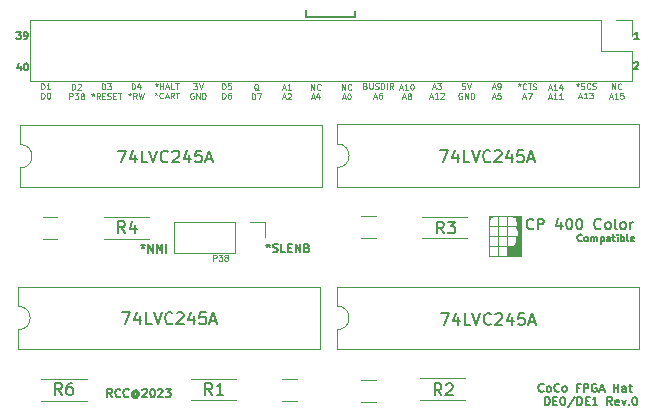
<source format=gbr>
%TF.GenerationSoftware,KiCad,Pcbnew,(6.0.7)*%
%TF.CreationDate,2023-01-26T09:38:32+00:00*%
%TF.ProjectId,CoCo_FPGA_Hat,436f436f-5f46-4504-9741-5f4861742e6b,0*%
%TF.SameCoordinates,Original*%
%TF.FileFunction,Legend,Top*%
%TF.FilePolarity,Positive*%
%FSLAX46Y46*%
G04 Gerber Fmt 4.6, Leading zero omitted, Abs format (unit mm)*
G04 Created by KiCad (PCBNEW (6.0.7)) date 2023-01-26 09:38:32*
%MOMM*%
%LPD*%
G01*
G04 APERTURE LIST*
%ADD10C,0.150000*%
%ADD11C,0.125000*%
%ADD12C,0.200000*%
%ADD13C,0.120000*%
G04 APERTURE END LIST*
D10*
X90030000Y-33340000D02*
X85830000Y-33340000D01*
X90030000Y-32760000D02*
X90030000Y-33320000D01*
X85830000Y-33340000D02*
X85830000Y-32750000D01*
D11*
X63440952Y-39423690D02*
X63440952Y-38923690D01*
X63560000Y-38923690D01*
X63631428Y-38947500D01*
X63679047Y-38995119D01*
X63702857Y-39042738D01*
X63726666Y-39137976D01*
X63726666Y-39209404D01*
X63702857Y-39304642D01*
X63679047Y-39352261D01*
X63631428Y-39399880D01*
X63560000Y-39423690D01*
X63440952Y-39423690D01*
X64202857Y-39423690D02*
X63917142Y-39423690D01*
X64060000Y-39423690D02*
X64060000Y-38923690D01*
X64012380Y-38995119D01*
X63964761Y-39042738D01*
X63917142Y-39066547D01*
X63440952Y-40228690D02*
X63440952Y-39728690D01*
X63560000Y-39728690D01*
X63631428Y-39752500D01*
X63679047Y-39800119D01*
X63702857Y-39847738D01*
X63726666Y-39942976D01*
X63726666Y-40014404D01*
X63702857Y-40109642D01*
X63679047Y-40157261D01*
X63631428Y-40204880D01*
X63560000Y-40228690D01*
X63440952Y-40228690D01*
X64036190Y-39728690D02*
X64083809Y-39728690D01*
X64131428Y-39752500D01*
X64155238Y-39776309D01*
X64179047Y-39823928D01*
X64202857Y-39919166D01*
X64202857Y-40038214D01*
X64179047Y-40133452D01*
X64155238Y-40181071D01*
X64131428Y-40204880D01*
X64083809Y-40228690D01*
X64036190Y-40228690D01*
X63988571Y-40204880D01*
X63964761Y-40181071D01*
X63940952Y-40133452D01*
X63917142Y-40038214D01*
X63917142Y-39919166D01*
X63940952Y-39823928D01*
X63964761Y-39776309D01*
X63988571Y-39752500D01*
X64036190Y-39728690D01*
D10*
X82680000Y-52506666D02*
X82680000Y-52673333D01*
X82513333Y-52606666D02*
X82680000Y-52673333D01*
X82846666Y-52606666D01*
X82580000Y-52806666D02*
X82680000Y-52673333D01*
X82780000Y-52806666D01*
X83080000Y-53173333D02*
X83180000Y-53206666D01*
X83346666Y-53206666D01*
X83413333Y-53173333D01*
X83446666Y-53140000D01*
X83480000Y-53073333D01*
X83480000Y-53006666D01*
X83446666Y-52940000D01*
X83413333Y-52906666D01*
X83346666Y-52873333D01*
X83213333Y-52840000D01*
X83146666Y-52806666D01*
X83113333Y-52773333D01*
X83080000Y-52706666D01*
X83080000Y-52640000D01*
X83113333Y-52573333D01*
X83146666Y-52540000D01*
X83213333Y-52506666D01*
X83380000Y-52506666D01*
X83480000Y-52540000D01*
X84113333Y-53206666D02*
X83780000Y-53206666D01*
X83780000Y-52506666D01*
X84346666Y-52840000D02*
X84580000Y-52840000D01*
X84680000Y-53206666D02*
X84346666Y-53206666D01*
X84346666Y-52506666D01*
X84680000Y-52506666D01*
X84980000Y-53206666D02*
X84980000Y-52506666D01*
X85380000Y-53206666D01*
X85380000Y-52506666D01*
X85946666Y-52840000D02*
X86046666Y-52873333D01*
X86080000Y-52906666D01*
X86113333Y-52973333D01*
X86113333Y-53073333D01*
X86080000Y-53140000D01*
X86046666Y-53173333D01*
X85980000Y-53206666D01*
X85713333Y-53206666D01*
X85713333Y-52506666D01*
X85946666Y-52506666D01*
X86013333Y-52540000D01*
X86046666Y-52573333D01*
X86080000Y-52640000D01*
X86080000Y-52706666D01*
X86046666Y-52773333D01*
X86013333Y-52806666D01*
X85946666Y-52840000D01*
X85713333Y-52840000D01*
D11*
X106404761Y-39330833D02*
X106642857Y-39330833D01*
X106357142Y-39473690D02*
X106523809Y-38973690D01*
X106690476Y-39473690D01*
X107119047Y-39473690D02*
X106833333Y-39473690D01*
X106976190Y-39473690D02*
X106976190Y-38973690D01*
X106928571Y-39045119D01*
X106880952Y-39092738D01*
X106833333Y-39116547D01*
X107547619Y-39140357D02*
X107547619Y-39473690D01*
X107428571Y-38949880D02*
X107309523Y-39307023D01*
X107619047Y-39307023D01*
X106404761Y-40135833D02*
X106642857Y-40135833D01*
X106357142Y-40278690D02*
X106523809Y-39778690D01*
X106690476Y-40278690D01*
X107119047Y-40278690D02*
X106833333Y-40278690D01*
X106976190Y-40278690D02*
X106976190Y-39778690D01*
X106928571Y-39850119D01*
X106880952Y-39897738D01*
X106833333Y-39921547D01*
X107595238Y-40278690D02*
X107309523Y-40278690D01*
X107452380Y-40278690D02*
X107452380Y-39778690D01*
X107404761Y-39850119D01*
X107357142Y-39897738D01*
X107309523Y-39921547D01*
X66060952Y-39453690D02*
X66060952Y-38953690D01*
X66180000Y-38953690D01*
X66251428Y-38977500D01*
X66299047Y-39025119D01*
X66322857Y-39072738D01*
X66346666Y-39167976D01*
X66346666Y-39239404D01*
X66322857Y-39334642D01*
X66299047Y-39382261D01*
X66251428Y-39429880D01*
X66180000Y-39453690D01*
X66060952Y-39453690D01*
X66537142Y-39001309D02*
X66560952Y-38977500D01*
X66608571Y-38953690D01*
X66727619Y-38953690D01*
X66775238Y-38977500D01*
X66799047Y-39001309D01*
X66822857Y-39048928D01*
X66822857Y-39096547D01*
X66799047Y-39167976D01*
X66513333Y-39453690D01*
X66822857Y-39453690D01*
X65822857Y-40258690D02*
X65822857Y-39758690D01*
X66013333Y-39758690D01*
X66060952Y-39782500D01*
X66084761Y-39806309D01*
X66108571Y-39853928D01*
X66108571Y-39925357D01*
X66084761Y-39972976D01*
X66060952Y-39996785D01*
X66013333Y-40020595D01*
X65822857Y-40020595D01*
X66275238Y-39758690D02*
X66584761Y-39758690D01*
X66418095Y-39949166D01*
X66489523Y-39949166D01*
X66537142Y-39972976D01*
X66560952Y-39996785D01*
X66584761Y-40044404D01*
X66584761Y-40163452D01*
X66560952Y-40211071D01*
X66537142Y-40234880D01*
X66489523Y-40258690D01*
X66346666Y-40258690D01*
X66299047Y-40234880D01*
X66275238Y-40211071D01*
X66870476Y-39972976D02*
X66822857Y-39949166D01*
X66799047Y-39925357D01*
X66775238Y-39877738D01*
X66775238Y-39853928D01*
X66799047Y-39806309D01*
X66822857Y-39782500D01*
X66870476Y-39758690D01*
X66965714Y-39758690D01*
X67013333Y-39782500D01*
X67037142Y-39806309D01*
X67060952Y-39853928D01*
X67060952Y-39877738D01*
X67037142Y-39925357D01*
X67013333Y-39949166D01*
X66965714Y-39972976D01*
X66870476Y-39972976D01*
X66822857Y-39996785D01*
X66799047Y-40020595D01*
X66775238Y-40068214D01*
X66775238Y-40163452D01*
X66799047Y-40211071D01*
X66822857Y-40234880D01*
X66870476Y-40258690D01*
X66965714Y-40258690D01*
X67013333Y-40234880D01*
X67037142Y-40211071D01*
X67060952Y-40163452D01*
X67060952Y-40068214D01*
X67037142Y-40020595D01*
X67013333Y-39996785D01*
X66965714Y-39972976D01*
X73200952Y-38893690D02*
X73200952Y-39012738D01*
X73081904Y-38965119D02*
X73200952Y-39012738D01*
X73320000Y-38965119D01*
X73129523Y-39107976D02*
X73200952Y-39012738D01*
X73272380Y-39107976D01*
X73510476Y-39393690D02*
X73510476Y-38893690D01*
X73510476Y-39131785D02*
X73796190Y-39131785D01*
X73796190Y-39393690D02*
X73796190Y-38893690D01*
X74010476Y-39250833D02*
X74248571Y-39250833D01*
X73962857Y-39393690D02*
X74129523Y-38893690D01*
X74296190Y-39393690D01*
X74700952Y-39393690D02*
X74462857Y-39393690D01*
X74462857Y-38893690D01*
X74796190Y-38893690D02*
X75081904Y-38893690D01*
X74939047Y-39393690D02*
X74939047Y-38893690D01*
X73165238Y-39698690D02*
X73165238Y-39817738D01*
X73046190Y-39770119D02*
X73165238Y-39817738D01*
X73284285Y-39770119D01*
X73093809Y-39912976D02*
X73165238Y-39817738D01*
X73236666Y-39912976D01*
X73760476Y-40151071D02*
X73736666Y-40174880D01*
X73665238Y-40198690D01*
X73617619Y-40198690D01*
X73546190Y-40174880D01*
X73498571Y-40127261D01*
X73474761Y-40079642D01*
X73450952Y-39984404D01*
X73450952Y-39912976D01*
X73474761Y-39817738D01*
X73498571Y-39770119D01*
X73546190Y-39722500D01*
X73617619Y-39698690D01*
X73665238Y-39698690D01*
X73736666Y-39722500D01*
X73760476Y-39746309D01*
X73950952Y-40055833D02*
X74189047Y-40055833D01*
X73903333Y-40198690D02*
X74070000Y-39698690D01*
X74236666Y-40198690D01*
X74689047Y-40198690D02*
X74522380Y-39960595D01*
X74403333Y-40198690D02*
X74403333Y-39698690D01*
X74593809Y-39698690D01*
X74641428Y-39722500D01*
X74665238Y-39746309D01*
X74689047Y-39793928D01*
X74689047Y-39865357D01*
X74665238Y-39912976D01*
X74641428Y-39936785D01*
X74593809Y-39960595D01*
X74403333Y-39960595D01*
X74831904Y-39698690D02*
X75117619Y-39698690D01*
X74974761Y-40198690D02*
X74974761Y-39698690D01*
D10*
X72076666Y-52546666D02*
X72076666Y-52713333D01*
X71910000Y-52646666D02*
X72076666Y-52713333D01*
X72243333Y-52646666D01*
X71976666Y-52846666D02*
X72076666Y-52713333D01*
X72176666Y-52846666D01*
X72510000Y-53246666D02*
X72510000Y-52546666D01*
X72910000Y-53246666D01*
X72910000Y-52546666D01*
X73243333Y-53246666D02*
X73243333Y-52546666D01*
X73476666Y-53046666D01*
X73710000Y-52546666D01*
X73710000Y-53246666D01*
X74043333Y-53246666D02*
X74043333Y-52546666D01*
D11*
X81850476Y-39521309D02*
X81802857Y-39497500D01*
X81755238Y-39449880D01*
X81683809Y-39378452D01*
X81636190Y-39354642D01*
X81588571Y-39354642D01*
X81612380Y-39473690D02*
X81564761Y-39449880D01*
X81517142Y-39402261D01*
X81493333Y-39307023D01*
X81493333Y-39140357D01*
X81517142Y-39045119D01*
X81564761Y-38997500D01*
X81612380Y-38973690D01*
X81707619Y-38973690D01*
X81755238Y-38997500D01*
X81802857Y-39045119D01*
X81826666Y-39140357D01*
X81826666Y-39307023D01*
X81802857Y-39402261D01*
X81755238Y-39449880D01*
X81707619Y-39473690D01*
X81612380Y-39473690D01*
X81290952Y-40278690D02*
X81290952Y-39778690D01*
X81410000Y-39778690D01*
X81481428Y-39802500D01*
X81529047Y-39850119D01*
X81552857Y-39897738D01*
X81576666Y-39992976D01*
X81576666Y-40064404D01*
X81552857Y-40159642D01*
X81529047Y-40207261D01*
X81481428Y-40254880D01*
X81410000Y-40278690D01*
X81290952Y-40278690D01*
X81743333Y-39778690D02*
X82076666Y-39778690D01*
X81862380Y-40278690D01*
D10*
X105975833Y-64976500D02*
X105942500Y-65009833D01*
X105842500Y-65043166D01*
X105775833Y-65043166D01*
X105675833Y-65009833D01*
X105609166Y-64943166D01*
X105575833Y-64876500D01*
X105542500Y-64743166D01*
X105542500Y-64643166D01*
X105575833Y-64509833D01*
X105609166Y-64443166D01*
X105675833Y-64376500D01*
X105775833Y-64343166D01*
X105842500Y-64343166D01*
X105942500Y-64376500D01*
X105975833Y-64409833D01*
X106375833Y-65043166D02*
X106309166Y-65009833D01*
X106275833Y-64976500D01*
X106242500Y-64909833D01*
X106242500Y-64709833D01*
X106275833Y-64643166D01*
X106309166Y-64609833D01*
X106375833Y-64576500D01*
X106475833Y-64576500D01*
X106542500Y-64609833D01*
X106575833Y-64643166D01*
X106609166Y-64709833D01*
X106609166Y-64909833D01*
X106575833Y-64976500D01*
X106542500Y-65009833D01*
X106475833Y-65043166D01*
X106375833Y-65043166D01*
X107309166Y-64976500D02*
X107275833Y-65009833D01*
X107175833Y-65043166D01*
X107109166Y-65043166D01*
X107009166Y-65009833D01*
X106942500Y-64943166D01*
X106909166Y-64876500D01*
X106875833Y-64743166D01*
X106875833Y-64643166D01*
X106909166Y-64509833D01*
X106942500Y-64443166D01*
X107009166Y-64376500D01*
X107109166Y-64343166D01*
X107175833Y-64343166D01*
X107275833Y-64376500D01*
X107309166Y-64409833D01*
X107709166Y-65043166D02*
X107642500Y-65009833D01*
X107609166Y-64976500D01*
X107575833Y-64909833D01*
X107575833Y-64709833D01*
X107609166Y-64643166D01*
X107642500Y-64609833D01*
X107709166Y-64576500D01*
X107809166Y-64576500D01*
X107875833Y-64609833D01*
X107909166Y-64643166D01*
X107942500Y-64709833D01*
X107942500Y-64909833D01*
X107909166Y-64976500D01*
X107875833Y-65009833D01*
X107809166Y-65043166D01*
X107709166Y-65043166D01*
X109009166Y-64676500D02*
X108775833Y-64676500D01*
X108775833Y-65043166D02*
X108775833Y-64343166D01*
X109109166Y-64343166D01*
X109375833Y-65043166D02*
X109375833Y-64343166D01*
X109642500Y-64343166D01*
X109709166Y-64376500D01*
X109742500Y-64409833D01*
X109775833Y-64476500D01*
X109775833Y-64576500D01*
X109742500Y-64643166D01*
X109709166Y-64676500D01*
X109642500Y-64709833D01*
X109375833Y-64709833D01*
X110442500Y-64376500D02*
X110375833Y-64343166D01*
X110275833Y-64343166D01*
X110175833Y-64376500D01*
X110109166Y-64443166D01*
X110075833Y-64509833D01*
X110042500Y-64643166D01*
X110042500Y-64743166D01*
X110075833Y-64876500D01*
X110109166Y-64943166D01*
X110175833Y-65009833D01*
X110275833Y-65043166D01*
X110342500Y-65043166D01*
X110442500Y-65009833D01*
X110475833Y-64976500D01*
X110475833Y-64743166D01*
X110342500Y-64743166D01*
X110742500Y-64843166D02*
X111075833Y-64843166D01*
X110675833Y-65043166D02*
X110909166Y-64343166D01*
X111142500Y-65043166D01*
X111909166Y-65043166D02*
X111909166Y-64343166D01*
X111909166Y-64676500D02*
X112309166Y-64676500D01*
X112309166Y-65043166D02*
X112309166Y-64343166D01*
X112942500Y-65043166D02*
X112942500Y-64676500D01*
X112909166Y-64609833D01*
X112842500Y-64576500D01*
X112709166Y-64576500D01*
X112642500Y-64609833D01*
X112942500Y-65009833D02*
X112875833Y-65043166D01*
X112709166Y-65043166D01*
X112642500Y-65009833D01*
X112609166Y-64943166D01*
X112609166Y-64876500D01*
X112642500Y-64809833D01*
X112709166Y-64776500D01*
X112875833Y-64776500D01*
X112942500Y-64743166D01*
X113175833Y-64576500D02*
X113442500Y-64576500D01*
X113275833Y-64343166D02*
X113275833Y-64943166D01*
X113309166Y-65009833D01*
X113375833Y-65043166D01*
X113442500Y-65043166D01*
X106109166Y-66170166D02*
X106109166Y-65470166D01*
X106275833Y-65470166D01*
X106375833Y-65503500D01*
X106442500Y-65570166D01*
X106475833Y-65636833D01*
X106509166Y-65770166D01*
X106509166Y-65870166D01*
X106475833Y-66003500D01*
X106442500Y-66070166D01*
X106375833Y-66136833D01*
X106275833Y-66170166D01*
X106109166Y-66170166D01*
X106809166Y-65803500D02*
X107042500Y-65803500D01*
X107142500Y-66170166D02*
X106809166Y-66170166D01*
X106809166Y-65470166D01*
X107142500Y-65470166D01*
X107575833Y-65470166D02*
X107642500Y-65470166D01*
X107709166Y-65503500D01*
X107742500Y-65536833D01*
X107775833Y-65603500D01*
X107809166Y-65736833D01*
X107809166Y-65903500D01*
X107775833Y-66036833D01*
X107742500Y-66103500D01*
X107709166Y-66136833D01*
X107642500Y-66170166D01*
X107575833Y-66170166D01*
X107509166Y-66136833D01*
X107475833Y-66103500D01*
X107442500Y-66036833D01*
X107409166Y-65903500D01*
X107409166Y-65736833D01*
X107442500Y-65603500D01*
X107475833Y-65536833D01*
X107509166Y-65503500D01*
X107575833Y-65470166D01*
X108609166Y-65436833D02*
X108009166Y-66336833D01*
X108842500Y-66170166D02*
X108842500Y-65470166D01*
X109009166Y-65470166D01*
X109109166Y-65503500D01*
X109175833Y-65570166D01*
X109209166Y-65636833D01*
X109242500Y-65770166D01*
X109242500Y-65870166D01*
X109209166Y-66003500D01*
X109175833Y-66070166D01*
X109109166Y-66136833D01*
X109009166Y-66170166D01*
X108842500Y-66170166D01*
X109542500Y-65803500D02*
X109775833Y-65803500D01*
X109875833Y-66170166D02*
X109542500Y-66170166D01*
X109542500Y-65470166D01*
X109875833Y-65470166D01*
X110542500Y-66170166D02*
X110142500Y-66170166D01*
X110342500Y-66170166D02*
X110342500Y-65470166D01*
X110275833Y-65570166D01*
X110209166Y-65636833D01*
X110142500Y-65670166D01*
X111775833Y-66170166D02*
X111542500Y-65836833D01*
X111375833Y-66170166D02*
X111375833Y-65470166D01*
X111642500Y-65470166D01*
X111709166Y-65503500D01*
X111742500Y-65536833D01*
X111775833Y-65603500D01*
X111775833Y-65703500D01*
X111742500Y-65770166D01*
X111709166Y-65803500D01*
X111642500Y-65836833D01*
X111375833Y-65836833D01*
X112342500Y-66136833D02*
X112275833Y-66170166D01*
X112142500Y-66170166D01*
X112075833Y-66136833D01*
X112042500Y-66070166D01*
X112042500Y-65803500D01*
X112075833Y-65736833D01*
X112142500Y-65703500D01*
X112275833Y-65703500D01*
X112342500Y-65736833D01*
X112375833Y-65803500D01*
X112375833Y-65870166D01*
X112042500Y-65936833D01*
X112609166Y-65703500D02*
X112775833Y-66170166D01*
X112942500Y-65703500D01*
X113209166Y-66103500D02*
X113242500Y-66136833D01*
X113209166Y-66170166D01*
X113175833Y-66136833D01*
X113209166Y-66103500D01*
X113209166Y-66170166D01*
X113675833Y-65470166D02*
X113742500Y-65470166D01*
X113809166Y-65503500D01*
X113842500Y-65536833D01*
X113875833Y-65603500D01*
X113909166Y-65736833D01*
X113909166Y-65903500D01*
X113875833Y-66036833D01*
X113842500Y-66103500D01*
X113809166Y-66136833D01*
X113742500Y-66170166D01*
X113675833Y-66170166D01*
X113609166Y-66136833D01*
X113575833Y-66103500D01*
X113542500Y-66036833D01*
X113509166Y-65903500D01*
X113509166Y-65736833D01*
X113542500Y-65603500D01*
X113575833Y-65536833D01*
X113609166Y-65503500D01*
X113675833Y-65470166D01*
D11*
X76329047Y-38933690D02*
X76638571Y-38933690D01*
X76471904Y-39124166D01*
X76543333Y-39124166D01*
X76590952Y-39147976D01*
X76614761Y-39171785D01*
X76638571Y-39219404D01*
X76638571Y-39338452D01*
X76614761Y-39386071D01*
X76590952Y-39409880D01*
X76543333Y-39433690D01*
X76400476Y-39433690D01*
X76352857Y-39409880D01*
X76329047Y-39386071D01*
X76781428Y-38933690D02*
X76948095Y-39433690D01*
X77114761Y-38933690D01*
X76329047Y-39762500D02*
X76281428Y-39738690D01*
X76210000Y-39738690D01*
X76138571Y-39762500D01*
X76090952Y-39810119D01*
X76067142Y-39857738D01*
X76043333Y-39952976D01*
X76043333Y-40024404D01*
X76067142Y-40119642D01*
X76090952Y-40167261D01*
X76138571Y-40214880D01*
X76210000Y-40238690D01*
X76257619Y-40238690D01*
X76329047Y-40214880D01*
X76352857Y-40191071D01*
X76352857Y-40024404D01*
X76257619Y-40024404D01*
X76567142Y-40238690D02*
X76567142Y-39738690D01*
X76852857Y-40238690D01*
X76852857Y-39738690D01*
X77090952Y-40238690D02*
X77090952Y-39738690D01*
X77210000Y-39738690D01*
X77281428Y-39762500D01*
X77329047Y-39810119D01*
X77352857Y-39857738D01*
X77376666Y-39952976D01*
X77376666Y-40024404D01*
X77352857Y-40119642D01*
X77329047Y-40167261D01*
X77281428Y-40214880D01*
X77210000Y-40238690D01*
X77090952Y-40238690D01*
D10*
X69443333Y-65476666D02*
X69210000Y-65143333D01*
X69043333Y-65476666D02*
X69043333Y-64776666D01*
X69310000Y-64776666D01*
X69376666Y-64810000D01*
X69410000Y-64843333D01*
X69443333Y-64910000D01*
X69443333Y-65010000D01*
X69410000Y-65076666D01*
X69376666Y-65110000D01*
X69310000Y-65143333D01*
X69043333Y-65143333D01*
X70143333Y-65410000D02*
X70110000Y-65443333D01*
X70010000Y-65476666D01*
X69943333Y-65476666D01*
X69843333Y-65443333D01*
X69776666Y-65376666D01*
X69743333Y-65310000D01*
X69710000Y-65176666D01*
X69710000Y-65076666D01*
X69743333Y-64943333D01*
X69776666Y-64876666D01*
X69843333Y-64810000D01*
X69943333Y-64776666D01*
X70010000Y-64776666D01*
X70110000Y-64810000D01*
X70143333Y-64843333D01*
X70843333Y-65410000D02*
X70810000Y-65443333D01*
X70710000Y-65476666D01*
X70643333Y-65476666D01*
X70543333Y-65443333D01*
X70476666Y-65376666D01*
X70443333Y-65310000D01*
X70410000Y-65176666D01*
X70410000Y-65076666D01*
X70443333Y-64943333D01*
X70476666Y-64876666D01*
X70543333Y-64810000D01*
X70643333Y-64776666D01*
X70710000Y-64776666D01*
X70810000Y-64810000D01*
X70843333Y-64843333D01*
X71576666Y-65143333D02*
X71543333Y-65110000D01*
X71476666Y-65076666D01*
X71410000Y-65076666D01*
X71343333Y-65110000D01*
X71310000Y-65143333D01*
X71276666Y-65210000D01*
X71276666Y-65276666D01*
X71310000Y-65343333D01*
X71343333Y-65376666D01*
X71410000Y-65410000D01*
X71476666Y-65410000D01*
X71543333Y-65376666D01*
X71576666Y-65343333D01*
X71576666Y-65076666D02*
X71576666Y-65343333D01*
X71610000Y-65376666D01*
X71643333Y-65376666D01*
X71710000Y-65343333D01*
X71743333Y-65276666D01*
X71743333Y-65110000D01*
X71676666Y-65010000D01*
X71576666Y-64943333D01*
X71443333Y-64910000D01*
X71310000Y-64943333D01*
X71210000Y-65010000D01*
X71143333Y-65110000D01*
X71110000Y-65243333D01*
X71143333Y-65376666D01*
X71210000Y-65476666D01*
X71310000Y-65543333D01*
X71443333Y-65576666D01*
X71576666Y-65543333D01*
X71676666Y-65476666D01*
X72010000Y-64843333D02*
X72043333Y-64810000D01*
X72110000Y-64776666D01*
X72276666Y-64776666D01*
X72343333Y-64810000D01*
X72376666Y-64843333D01*
X72410000Y-64910000D01*
X72410000Y-64976666D01*
X72376666Y-65076666D01*
X71976666Y-65476666D01*
X72410000Y-65476666D01*
X72843333Y-64776666D02*
X72910000Y-64776666D01*
X72976666Y-64810000D01*
X73010000Y-64843333D01*
X73043333Y-64910000D01*
X73076666Y-65043333D01*
X73076666Y-65210000D01*
X73043333Y-65343333D01*
X73010000Y-65410000D01*
X72976666Y-65443333D01*
X72910000Y-65476666D01*
X72843333Y-65476666D01*
X72776666Y-65443333D01*
X72743333Y-65410000D01*
X72710000Y-65343333D01*
X72676666Y-65210000D01*
X72676666Y-65043333D01*
X72710000Y-64910000D01*
X72743333Y-64843333D01*
X72776666Y-64810000D01*
X72843333Y-64776666D01*
X73343333Y-64843333D02*
X73376666Y-64810000D01*
X73443333Y-64776666D01*
X73610000Y-64776666D01*
X73676666Y-64810000D01*
X73710000Y-64843333D01*
X73743333Y-64910000D01*
X73743333Y-64976666D01*
X73710000Y-65076666D01*
X73310000Y-65476666D01*
X73743333Y-65476666D01*
X73976666Y-64776666D02*
X74410000Y-64776666D01*
X74176666Y-65043333D01*
X74276666Y-65043333D01*
X74343333Y-65076666D01*
X74376666Y-65110000D01*
X74410000Y-65176666D01*
X74410000Y-65343333D01*
X74376666Y-65410000D01*
X74343333Y-65443333D01*
X74276666Y-65476666D01*
X74076666Y-65476666D01*
X74010000Y-65443333D01*
X73976666Y-65410000D01*
D11*
X96582857Y-39260833D02*
X96820952Y-39260833D01*
X96535238Y-39403690D02*
X96701904Y-38903690D01*
X96868571Y-39403690D01*
X96987619Y-38903690D02*
X97297142Y-38903690D01*
X97130476Y-39094166D01*
X97201904Y-39094166D01*
X97249523Y-39117976D01*
X97273333Y-39141785D01*
X97297142Y-39189404D01*
X97297142Y-39308452D01*
X97273333Y-39356071D01*
X97249523Y-39379880D01*
X97201904Y-39403690D01*
X97059047Y-39403690D01*
X97011428Y-39379880D01*
X96987619Y-39356071D01*
X96344761Y-40065833D02*
X96582857Y-40065833D01*
X96297142Y-40208690D02*
X96463809Y-39708690D01*
X96630476Y-40208690D01*
X97059047Y-40208690D02*
X96773333Y-40208690D01*
X96916190Y-40208690D02*
X96916190Y-39708690D01*
X96868571Y-39780119D01*
X96820952Y-39827738D01*
X96773333Y-39851547D01*
X97249523Y-39756309D02*
X97273333Y-39732500D01*
X97320952Y-39708690D01*
X97440000Y-39708690D01*
X97487619Y-39732500D01*
X97511428Y-39756309D01*
X97535238Y-39803928D01*
X97535238Y-39851547D01*
X97511428Y-39922976D01*
X97225714Y-40208690D01*
X97535238Y-40208690D01*
X90886666Y-39141785D02*
X90958095Y-39165595D01*
X90981904Y-39189404D01*
X91005714Y-39237023D01*
X91005714Y-39308452D01*
X90981904Y-39356071D01*
X90958095Y-39379880D01*
X90910476Y-39403690D01*
X90720000Y-39403690D01*
X90720000Y-38903690D01*
X90886666Y-38903690D01*
X90934285Y-38927500D01*
X90958095Y-38951309D01*
X90981904Y-38998928D01*
X90981904Y-39046547D01*
X90958095Y-39094166D01*
X90934285Y-39117976D01*
X90886666Y-39141785D01*
X90720000Y-39141785D01*
X91220000Y-38903690D02*
X91220000Y-39308452D01*
X91243809Y-39356071D01*
X91267619Y-39379880D01*
X91315238Y-39403690D01*
X91410476Y-39403690D01*
X91458095Y-39379880D01*
X91481904Y-39356071D01*
X91505714Y-39308452D01*
X91505714Y-38903690D01*
X91720000Y-39379880D02*
X91791428Y-39403690D01*
X91910476Y-39403690D01*
X91958095Y-39379880D01*
X91981904Y-39356071D01*
X92005714Y-39308452D01*
X92005714Y-39260833D01*
X91981904Y-39213214D01*
X91958095Y-39189404D01*
X91910476Y-39165595D01*
X91815238Y-39141785D01*
X91767619Y-39117976D01*
X91743809Y-39094166D01*
X91720000Y-39046547D01*
X91720000Y-38998928D01*
X91743809Y-38951309D01*
X91767619Y-38927500D01*
X91815238Y-38903690D01*
X91934285Y-38903690D01*
X92005714Y-38927500D01*
X92220000Y-39403690D02*
X92220000Y-38903690D01*
X92339047Y-38903690D01*
X92410476Y-38927500D01*
X92458095Y-38975119D01*
X92481904Y-39022738D01*
X92505714Y-39117976D01*
X92505714Y-39189404D01*
X92481904Y-39284642D01*
X92458095Y-39332261D01*
X92410476Y-39379880D01*
X92339047Y-39403690D01*
X92220000Y-39403690D01*
X92720000Y-39403690D02*
X92720000Y-38903690D01*
X93243809Y-39403690D02*
X93077142Y-39165595D01*
X92958095Y-39403690D02*
X92958095Y-38903690D01*
X93148571Y-38903690D01*
X93196190Y-38927500D01*
X93220000Y-38951309D01*
X93243809Y-38998928D01*
X93243809Y-39070357D01*
X93220000Y-39117976D01*
X93196190Y-39141785D01*
X93148571Y-39165595D01*
X92958095Y-39165595D01*
X91612857Y-40065833D02*
X91850952Y-40065833D01*
X91565238Y-40208690D02*
X91731904Y-39708690D01*
X91898571Y-40208690D01*
X92279523Y-39708690D02*
X92184285Y-39708690D01*
X92136666Y-39732500D01*
X92112857Y-39756309D01*
X92065238Y-39827738D01*
X92041428Y-39922976D01*
X92041428Y-40113452D01*
X92065238Y-40161071D01*
X92089047Y-40184880D01*
X92136666Y-40208690D01*
X92231904Y-40208690D01*
X92279523Y-40184880D01*
X92303333Y-40161071D01*
X92327142Y-40113452D01*
X92327142Y-39994404D01*
X92303333Y-39946785D01*
X92279523Y-39922976D01*
X92231904Y-39899166D01*
X92136666Y-39899166D01*
X92089047Y-39922976D01*
X92065238Y-39946785D01*
X92041428Y-39994404D01*
X99334761Y-38933690D02*
X99096666Y-38933690D01*
X99072857Y-39171785D01*
X99096666Y-39147976D01*
X99144285Y-39124166D01*
X99263333Y-39124166D01*
X99310952Y-39147976D01*
X99334761Y-39171785D01*
X99358571Y-39219404D01*
X99358571Y-39338452D01*
X99334761Y-39386071D01*
X99310952Y-39409880D01*
X99263333Y-39433690D01*
X99144285Y-39433690D01*
X99096666Y-39409880D01*
X99072857Y-39386071D01*
X99501428Y-38933690D02*
X99668095Y-39433690D01*
X99834761Y-38933690D01*
X99049047Y-39762500D02*
X99001428Y-39738690D01*
X98930000Y-39738690D01*
X98858571Y-39762500D01*
X98810952Y-39810119D01*
X98787142Y-39857738D01*
X98763333Y-39952976D01*
X98763333Y-40024404D01*
X98787142Y-40119642D01*
X98810952Y-40167261D01*
X98858571Y-40214880D01*
X98930000Y-40238690D01*
X98977619Y-40238690D01*
X99049047Y-40214880D01*
X99072857Y-40191071D01*
X99072857Y-40024404D01*
X98977619Y-40024404D01*
X99287142Y-40238690D02*
X99287142Y-39738690D01*
X99572857Y-40238690D01*
X99572857Y-39738690D01*
X99810952Y-40238690D02*
X99810952Y-39738690D01*
X99930000Y-39738690D01*
X100001428Y-39762500D01*
X100049047Y-39810119D01*
X100072857Y-39857738D01*
X100096666Y-39952976D01*
X100096666Y-40024404D01*
X100072857Y-40119642D01*
X100049047Y-40167261D01*
X100001428Y-40214880D01*
X99930000Y-40238690D01*
X99810952Y-40238690D01*
X88897142Y-39473690D02*
X88897142Y-38973690D01*
X89182857Y-39473690D01*
X89182857Y-38973690D01*
X89706666Y-39426071D02*
X89682857Y-39449880D01*
X89611428Y-39473690D01*
X89563809Y-39473690D01*
X89492380Y-39449880D01*
X89444761Y-39402261D01*
X89420952Y-39354642D01*
X89397142Y-39259404D01*
X89397142Y-39187976D01*
X89420952Y-39092738D01*
X89444761Y-39045119D01*
X89492380Y-38997500D01*
X89563809Y-38973690D01*
X89611428Y-38973690D01*
X89682857Y-38997500D01*
X89706666Y-39021309D01*
X88932857Y-40135833D02*
X89170952Y-40135833D01*
X88885238Y-40278690D02*
X89051904Y-39778690D01*
X89218571Y-40278690D01*
X89480476Y-39778690D02*
X89528095Y-39778690D01*
X89575714Y-39802500D01*
X89599523Y-39826309D01*
X89623333Y-39873928D01*
X89647142Y-39969166D01*
X89647142Y-40088214D01*
X89623333Y-40183452D01*
X89599523Y-40231071D01*
X89575714Y-40254880D01*
X89528095Y-40278690D01*
X89480476Y-40278690D01*
X89432857Y-40254880D01*
X89409047Y-40231071D01*
X89385238Y-40183452D01*
X89361428Y-40088214D01*
X89361428Y-39969166D01*
X89385238Y-39873928D01*
X89409047Y-39826309D01*
X89432857Y-39802500D01*
X89480476Y-39778690D01*
X78770952Y-39413690D02*
X78770952Y-38913690D01*
X78890000Y-38913690D01*
X78961428Y-38937500D01*
X79009047Y-38985119D01*
X79032857Y-39032738D01*
X79056666Y-39127976D01*
X79056666Y-39199404D01*
X79032857Y-39294642D01*
X79009047Y-39342261D01*
X78961428Y-39389880D01*
X78890000Y-39413690D01*
X78770952Y-39413690D01*
X79509047Y-38913690D02*
X79270952Y-38913690D01*
X79247142Y-39151785D01*
X79270952Y-39127976D01*
X79318571Y-39104166D01*
X79437619Y-39104166D01*
X79485238Y-39127976D01*
X79509047Y-39151785D01*
X79532857Y-39199404D01*
X79532857Y-39318452D01*
X79509047Y-39366071D01*
X79485238Y-39389880D01*
X79437619Y-39413690D01*
X79318571Y-39413690D01*
X79270952Y-39389880D01*
X79247142Y-39366071D01*
X78770952Y-40218690D02*
X78770952Y-39718690D01*
X78890000Y-39718690D01*
X78961428Y-39742500D01*
X79009047Y-39790119D01*
X79032857Y-39837738D01*
X79056666Y-39932976D01*
X79056666Y-40004404D01*
X79032857Y-40099642D01*
X79009047Y-40147261D01*
X78961428Y-40194880D01*
X78890000Y-40218690D01*
X78770952Y-40218690D01*
X79485238Y-39718690D02*
X79390000Y-39718690D01*
X79342380Y-39742500D01*
X79318571Y-39766309D01*
X79270952Y-39837738D01*
X79247142Y-39932976D01*
X79247142Y-40123452D01*
X79270952Y-40171071D01*
X79294761Y-40194880D01*
X79342380Y-40218690D01*
X79437619Y-40218690D01*
X79485238Y-40194880D01*
X79509047Y-40171071D01*
X79532857Y-40123452D01*
X79532857Y-40004404D01*
X79509047Y-39956785D01*
X79485238Y-39932976D01*
X79437619Y-39909166D01*
X79342380Y-39909166D01*
X79294761Y-39932976D01*
X79270952Y-39956785D01*
X79247142Y-40004404D01*
D10*
X109211428Y-52234285D02*
X109182857Y-52262857D01*
X109097142Y-52291428D01*
X109040000Y-52291428D01*
X108954285Y-52262857D01*
X108897142Y-52205714D01*
X108868571Y-52148571D01*
X108840000Y-52034285D01*
X108840000Y-51948571D01*
X108868571Y-51834285D01*
X108897142Y-51777142D01*
X108954285Y-51720000D01*
X109040000Y-51691428D01*
X109097142Y-51691428D01*
X109182857Y-51720000D01*
X109211428Y-51748571D01*
X109554285Y-52291428D02*
X109497142Y-52262857D01*
X109468571Y-52234285D01*
X109440000Y-52177142D01*
X109440000Y-52005714D01*
X109468571Y-51948571D01*
X109497142Y-51920000D01*
X109554285Y-51891428D01*
X109640000Y-51891428D01*
X109697142Y-51920000D01*
X109725714Y-51948571D01*
X109754285Y-52005714D01*
X109754285Y-52177142D01*
X109725714Y-52234285D01*
X109697142Y-52262857D01*
X109640000Y-52291428D01*
X109554285Y-52291428D01*
X110011428Y-52291428D02*
X110011428Y-51891428D01*
X110011428Y-51948571D02*
X110040000Y-51920000D01*
X110097142Y-51891428D01*
X110182857Y-51891428D01*
X110240000Y-51920000D01*
X110268571Y-51977142D01*
X110268571Y-52291428D01*
X110268571Y-51977142D02*
X110297142Y-51920000D01*
X110354285Y-51891428D01*
X110440000Y-51891428D01*
X110497142Y-51920000D01*
X110525714Y-51977142D01*
X110525714Y-52291428D01*
X110811428Y-51891428D02*
X110811428Y-52491428D01*
X110811428Y-51920000D02*
X110868571Y-51891428D01*
X110982857Y-51891428D01*
X111040000Y-51920000D01*
X111068571Y-51948571D01*
X111097142Y-52005714D01*
X111097142Y-52177142D01*
X111068571Y-52234285D01*
X111040000Y-52262857D01*
X110982857Y-52291428D01*
X110868571Y-52291428D01*
X110811428Y-52262857D01*
X111611428Y-52291428D02*
X111611428Y-51977142D01*
X111582857Y-51920000D01*
X111525714Y-51891428D01*
X111411428Y-51891428D01*
X111354285Y-51920000D01*
X111611428Y-52262857D02*
X111554285Y-52291428D01*
X111411428Y-52291428D01*
X111354285Y-52262857D01*
X111325714Y-52205714D01*
X111325714Y-52148571D01*
X111354285Y-52091428D01*
X111411428Y-52062857D01*
X111554285Y-52062857D01*
X111611428Y-52034285D01*
X111811428Y-51891428D02*
X112040000Y-51891428D01*
X111897142Y-51691428D02*
X111897142Y-52205714D01*
X111925714Y-52262857D01*
X111982857Y-52291428D01*
X112040000Y-52291428D01*
X112240000Y-52291428D02*
X112240000Y-51891428D01*
X112240000Y-51691428D02*
X112211428Y-51720000D01*
X112240000Y-51748571D01*
X112268571Y-51720000D01*
X112240000Y-51691428D01*
X112240000Y-51748571D01*
X112525714Y-52291428D02*
X112525714Y-51691428D01*
X112525714Y-51920000D02*
X112582857Y-51891428D01*
X112697142Y-51891428D01*
X112754285Y-51920000D01*
X112782857Y-51948571D01*
X112811428Y-52005714D01*
X112811428Y-52177142D01*
X112782857Y-52234285D01*
X112754285Y-52262857D01*
X112697142Y-52291428D01*
X112582857Y-52291428D01*
X112525714Y-52262857D01*
X113154285Y-52291428D02*
X113097142Y-52262857D01*
X113068571Y-52205714D01*
X113068571Y-51691428D01*
X113611428Y-52262857D02*
X113554285Y-52291428D01*
X113440000Y-52291428D01*
X113382857Y-52262857D01*
X113354285Y-52205714D01*
X113354285Y-51977142D01*
X113382857Y-51920000D01*
X113440000Y-51891428D01*
X113554285Y-51891428D01*
X113611428Y-51920000D01*
X113640000Y-51977142D01*
X113640000Y-52034285D01*
X113354285Y-52091428D01*
D11*
X93794761Y-39310833D02*
X94032857Y-39310833D01*
X93747142Y-39453690D02*
X93913809Y-38953690D01*
X94080476Y-39453690D01*
X94509047Y-39453690D02*
X94223333Y-39453690D01*
X94366190Y-39453690D02*
X94366190Y-38953690D01*
X94318571Y-39025119D01*
X94270952Y-39072738D01*
X94223333Y-39096547D01*
X94818571Y-38953690D02*
X94866190Y-38953690D01*
X94913809Y-38977500D01*
X94937619Y-39001309D01*
X94961428Y-39048928D01*
X94985238Y-39144166D01*
X94985238Y-39263214D01*
X94961428Y-39358452D01*
X94937619Y-39406071D01*
X94913809Y-39429880D01*
X94866190Y-39453690D01*
X94818571Y-39453690D01*
X94770952Y-39429880D01*
X94747142Y-39406071D01*
X94723333Y-39358452D01*
X94699523Y-39263214D01*
X94699523Y-39144166D01*
X94723333Y-39048928D01*
X94747142Y-39001309D01*
X94770952Y-38977500D01*
X94818571Y-38953690D01*
X94032857Y-40115833D02*
X94270952Y-40115833D01*
X93985238Y-40258690D02*
X94151904Y-39758690D01*
X94318571Y-40258690D01*
X94556666Y-39972976D02*
X94509047Y-39949166D01*
X94485238Y-39925357D01*
X94461428Y-39877738D01*
X94461428Y-39853928D01*
X94485238Y-39806309D01*
X94509047Y-39782500D01*
X94556666Y-39758690D01*
X94651904Y-39758690D01*
X94699523Y-39782500D01*
X94723333Y-39806309D01*
X94747142Y-39853928D01*
X94747142Y-39877738D01*
X94723333Y-39925357D01*
X94699523Y-39949166D01*
X94651904Y-39972976D01*
X94556666Y-39972976D01*
X94509047Y-39996785D01*
X94485238Y-40020595D01*
X94461428Y-40068214D01*
X94461428Y-40163452D01*
X94485238Y-40211071D01*
X94509047Y-40234880D01*
X94556666Y-40258690D01*
X94651904Y-40258690D01*
X94699523Y-40234880D01*
X94723333Y-40211071D01*
X94747142Y-40163452D01*
X94747142Y-40068214D01*
X94723333Y-40020595D01*
X94699523Y-39996785D01*
X94651904Y-39972976D01*
D10*
X61354285Y-34561428D02*
X61725714Y-34561428D01*
X61525714Y-34790000D01*
X61611428Y-34790000D01*
X61668571Y-34818571D01*
X61697142Y-34847142D01*
X61725714Y-34904285D01*
X61725714Y-35047142D01*
X61697142Y-35104285D01*
X61668571Y-35132857D01*
X61611428Y-35161428D01*
X61440000Y-35161428D01*
X61382857Y-35132857D01*
X61354285Y-35104285D01*
X62011428Y-35161428D02*
X62125714Y-35161428D01*
X62182857Y-35132857D01*
X62211428Y-35104285D01*
X62268571Y-35018571D01*
X62297142Y-34904285D01*
X62297142Y-34675714D01*
X62268571Y-34618571D01*
X62240000Y-34590000D01*
X62182857Y-34561428D01*
X62068571Y-34561428D01*
X62011428Y-34590000D01*
X61982857Y-34618571D01*
X61954285Y-34675714D01*
X61954285Y-34818571D01*
X61982857Y-34875714D01*
X62011428Y-34904285D01*
X62068571Y-34932857D01*
X62182857Y-34932857D01*
X62240000Y-34904285D01*
X62268571Y-34875714D01*
X62297142Y-34818571D01*
X114021428Y-35191428D02*
X113678571Y-35191428D01*
X113850000Y-35191428D02*
X113850000Y-34591428D01*
X113792857Y-34677142D01*
X113735714Y-34734285D01*
X113678571Y-34762857D01*
D11*
X101632857Y-39270833D02*
X101870952Y-39270833D01*
X101585238Y-39413690D02*
X101751904Y-38913690D01*
X101918571Y-39413690D01*
X102109047Y-39413690D02*
X102204285Y-39413690D01*
X102251904Y-39389880D01*
X102275714Y-39366071D01*
X102323333Y-39294642D01*
X102347142Y-39199404D01*
X102347142Y-39008928D01*
X102323333Y-38961309D01*
X102299523Y-38937500D01*
X102251904Y-38913690D01*
X102156666Y-38913690D01*
X102109047Y-38937500D01*
X102085238Y-38961309D01*
X102061428Y-39008928D01*
X102061428Y-39127976D01*
X102085238Y-39175595D01*
X102109047Y-39199404D01*
X102156666Y-39223214D01*
X102251904Y-39223214D01*
X102299523Y-39199404D01*
X102323333Y-39175595D01*
X102347142Y-39127976D01*
X101632857Y-40075833D02*
X101870952Y-40075833D01*
X101585238Y-40218690D02*
X101751904Y-39718690D01*
X101918571Y-40218690D01*
X102323333Y-39718690D02*
X102085238Y-39718690D01*
X102061428Y-39956785D01*
X102085238Y-39932976D01*
X102132857Y-39909166D01*
X102251904Y-39909166D01*
X102299523Y-39932976D01*
X102323333Y-39956785D01*
X102347142Y-40004404D01*
X102347142Y-40123452D01*
X102323333Y-40171071D01*
X102299523Y-40194880D01*
X102251904Y-40218690D01*
X102132857Y-40218690D01*
X102085238Y-40194880D01*
X102061428Y-40171071D01*
X78012857Y-53946190D02*
X78012857Y-53446190D01*
X78203333Y-53446190D01*
X78250952Y-53470000D01*
X78274761Y-53493809D01*
X78298571Y-53541428D01*
X78298571Y-53612857D01*
X78274761Y-53660476D01*
X78250952Y-53684285D01*
X78203333Y-53708095D01*
X78012857Y-53708095D01*
X78465238Y-53446190D02*
X78774761Y-53446190D01*
X78608095Y-53636666D01*
X78679523Y-53636666D01*
X78727142Y-53660476D01*
X78750952Y-53684285D01*
X78774761Y-53731904D01*
X78774761Y-53850952D01*
X78750952Y-53898571D01*
X78727142Y-53922380D01*
X78679523Y-53946190D01*
X78536666Y-53946190D01*
X78489047Y-53922380D01*
X78465238Y-53898571D01*
X79060476Y-53660476D02*
X79012857Y-53636666D01*
X78989047Y-53612857D01*
X78965238Y-53565238D01*
X78965238Y-53541428D01*
X78989047Y-53493809D01*
X79012857Y-53470000D01*
X79060476Y-53446190D01*
X79155714Y-53446190D01*
X79203333Y-53470000D01*
X79227142Y-53493809D01*
X79250952Y-53541428D01*
X79250952Y-53565238D01*
X79227142Y-53612857D01*
X79203333Y-53636666D01*
X79155714Y-53660476D01*
X79060476Y-53660476D01*
X79012857Y-53684285D01*
X78989047Y-53708095D01*
X78965238Y-53755714D01*
X78965238Y-53850952D01*
X78989047Y-53898571D01*
X79012857Y-53922380D01*
X79060476Y-53946190D01*
X79155714Y-53946190D01*
X79203333Y-53922380D01*
X79227142Y-53898571D01*
X79250952Y-53850952D01*
X79250952Y-53755714D01*
X79227142Y-53708095D01*
X79203333Y-53684285D01*
X79155714Y-53660476D01*
X108853809Y-38893690D02*
X108853809Y-39012738D01*
X108734761Y-38965119D02*
X108853809Y-39012738D01*
X108972857Y-38965119D01*
X108782380Y-39107976D02*
X108853809Y-39012738D01*
X108925238Y-39107976D01*
X109139523Y-39369880D02*
X109210952Y-39393690D01*
X109330000Y-39393690D01*
X109377619Y-39369880D01*
X109401428Y-39346071D01*
X109425238Y-39298452D01*
X109425238Y-39250833D01*
X109401428Y-39203214D01*
X109377619Y-39179404D01*
X109330000Y-39155595D01*
X109234761Y-39131785D01*
X109187142Y-39107976D01*
X109163333Y-39084166D01*
X109139523Y-39036547D01*
X109139523Y-38988928D01*
X109163333Y-38941309D01*
X109187142Y-38917500D01*
X109234761Y-38893690D01*
X109353809Y-38893690D01*
X109425238Y-38917500D01*
X109925238Y-39346071D02*
X109901428Y-39369880D01*
X109830000Y-39393690D01*
X109782380Y-39393690D01*
X109710952Y-39369880D01*
X109663333Y-39322261D01*
X109639523Y-39274642D01*
X109615714Y-39179404D01*
X109615714Y-39107976D01*
X109639523Y-39012738D01*
X109663333Y-38965119D01*
X109710952Y-38917500D01*
X109782380Y-38893690D01*
X109830000Y-38893690D01*
X109901428Y-38917500D01*
X109925238Y-38941309D01*
X110115714Y-39369880D02*
X110187142Y-39393690D01*
X110306190Y-39393690D01*
X110353809Y-39369880D01*
X110377619Y-39346071D01*
X110401428Y-39298452D01*
X110401428Y-39250833D01*
X110377619Y-39203214D01*
X110353809Y-39179404D01*
X110306190Y-39155595D01*
X110210952Y-39131785D01*
X110163333Y-39107976D01*
X110139523Y-39084166D01*
X110115714Y-39036547D01*
X110115714Y-38988928D01*
X110139523Y-38941309D01*
X110163333Y-38917500D01*
X110210952Y-38893690D01*
X110330000Y-38893690D01*
X110401428Y-38917500D01*
X108984761Y-40055833D02*
X109222857Y-40055833D01*
X108937142Y-40198690D02*
X109103809Y-39698690D01*
X109270476Y-40198690D01*
X109699047Y-40198690D02*
X109413333Y-40198690D01*
X109556190Y-40198690D02*
X109556190Y-39698690D01*
X109508571Y-39770119D01*
X109460952Y-39817738D01*
X109413333Y-39841547D01*
X109865714Y-39698690D02*
X110175238Y-39698690D01*
X110008571Y-39889166D01*
X110080000Y-39889166D01*
X110127619Y-39912976D01*
X110151428Y-39936785D01*
X110175238Y-39984404D01*
X110175238Y-40103452D01*
X110151428Y-40151071D01*
X110127619Y-40174880D01*
X110080000Y-40198690D01*
X109937142Y-40198690D01*
X109889523Y-40174880D01*
X109865714Y-40151071D01*
X68580952Y-39433690D02*
X68580952Y-38933690D01*
X68700000Y-38933690D01*
X68771428Y-38957500D01*
X68819047Y-39005119D01*
X68842857Y-39052738D01*
X68866666Y-39147976D01*
X68866666Y-39219404D01*
X68842857Y-39314642D01*
X68819047Y-39362261D01*
X68771428Y-39409880D01*
X68700000Y-39433690D01*
X68580952Y-39433690D01*
X69033333Y-38933690D02*
X69342857Y-38933690D01*
X69176190Y-39124166D01*
X69247619Y-39124166D01*
X69295238Y-39147976D01*
X69319047Y-39171785D01*
X69342857Y-39219404D01*
X69342857Y-39338452D01*
X69319047Y-39386071D01*
X69295238Y-39409880D01*
X69247619Y-39433690D01*
X69104761Y-39433690D01*
X69057142Y-39409880D01*
X69033333Y-39386071D01*
X67819047Y-39738690D02*
X67819047Y-39857738D01*
X67700000Y-39810119D02*
X67819047Y-39857738D01*
X67938095Y-39810119D01*
X67747619Y-39952976D02*
X67819047Y-39857738D01*
X67890476Y-39952976D01*
X68414285Y-40238690D02*
X68247619Y-40000595D01*
X68128571Y-40238690D02*
X68128571Y-39738690D01*
X68319047Y-39738690D01*
X68366666Y-39762500D01*
X68390476Y-39786309D01*
X68414285Y-39833928D01*
X68414285Y-39905357D01*
X68390476Y-39952976D01*
X68366666Y-39976785D01*
X68319047Y-40000595D01*
X68128571Y-40000595D01*
X68628571Y-39976785D02*
X68795238Y-39976785D01*
X68866666Y-40238690D02*
X68628571Y-40238690D01*
X68628571Y-39738690D01*
X68866666Y-39738690D01*
X69057142Y-40214880D02*
X69128571Y-40238690D01*
X69247619Y-40238690D01*
X69295238Y-40214880D01*
X69319047Y-40191071D01*
X69342857Y-40143452D01*
X69342857Y-40095833D01*
X69319047Y-40048214D01*
X69295238Y-40024404D01*
X69247619Y-40000595D01*
X69152380Y-39976785D01*
X69104761Y-39952976D01*
X69080952Y-39929166D01*
X69057142Y-39881547D01*
X69057142Y-39833928D01*
X69080952Y-39786309D01*
X69104761Y-39762500D01*
X69152380Y-39738690D01*
X69271428Y-39738690D01*
X69342857Y-39762500D01*
X69557142Y-39976785D02*
X69723809Y-39976785D01*
X69795238Y-40238690D02*
X69557142Y-40238690D01*
X69557142Y-39738690D01*
X69795238Y-39738690D01*
X69938095Y-39738690D02*
X70223809Y-39738690D01*
X70080952Y-40238690D02*
X70080952Y-39738690D01*
X103911428Y-38933690D02*
X103911428Y-39052738D01*
X103792380Y-39005119D02*
X103911428Y-39052738D01*
X104030476Y-39005119D01*
X103840000Y-39147976D02*
X103911428Y-39052738D01*
X103982857Y-39147976D01*
X104506666Y-39386071D02*
X104482857Y-39409880D01*
X104411428Y-39433690D01*
X104363809Y-39433690D01*
X104292380Y-39409880D01*
X104244761Y-39362261D01*
X104220952Y-39314642D01*
X104197142Y-39219404D01*
X104197142Y-39147976D01*
X104220952Y-39052738D01*
X104244761Y-39005119D01*
X104292380Y-38957500D01*
X104363809Y-38933690D01*
X104411428Y-38933690D01*
X104482857Y-38957500D01*
X104506666Y-38981309D01*
X104649523Y-38933690D02*
X104935238Y-38933690D01*
X104792380Y-39433690D02*
X104792380Y-38933690D01*
X105078095Y-39409880D02*
X105149523Y-39433690D01*
X105268571Y-39433690D01*
X105316190Y-39409880D01*
X105340000Y-39386071D01*
X105363809Y-39338452D01*
X105363809Y-39290833D01*
X105340000Y-39243214D01*
X105316190Y-39219404D01*
X105268571Y-39195595D01*
X105173333Y-39171785D01*
X105125714Y-39147976D01*
X105101904Y-39124166D01*
X105078095Y-39076547D01*
X105078095Y-39028928D01*
X105101904Y-38981309D01*
X105125714Y-38957500D01*
X105173333Y-38933690D01*
X105292380Y-38933690D01*
X105363809Y-38957500D01*
X104232857Y-40095833D02*
X104470952Y-40095833D01*
X104185238Y-40238690D02*
X104351904Y-39738690D01*
X104518571Y-40238690D01*
X104637619Y-39738690D02*
X104970952Y-39738690D01*
X104756666Y-40238690D01*
X86287142Y-39473690D02*
X86287142Y-38973690D01*
X86572857Y-39473690D01*
X86572857Y-38973690D01*
X87096666Y-39426071D02*
X87072857Y-39449880D01*
X87001428Y-39473690D01*
X86953809Y-39473690D01*
X86882380Y-39449880D01*
X86834761Y-39402261D01*
X86810952Y-39354642D01*
X86787142Y-39259404D01*
X86787142Y-39187976D01*
X86810952Y-39092738D01*
X86834761Y-39045119D01*
X86882380Y-38997500D01*
X86953809Y-38973690D01*
X87001428Y-38973690D01*
X87072857Y-38997500D01*
X87096666Y-39021309D01*
X86322857Y-40135833D02*
X86560952Y-40135833D01*
X86275238Y-40278690D02*
X86441904Y-39778690D01*
X86608571Y-40278690D01*
X86989523Y-39945357D02*
X86989523Y-40278690D01*
X86870476Y-39754880D02*
X86751428Y-40112023D01*
X87060952Y-40112023D01*
X71100952Y-39413690D02*
X71100952Y-38913690D01*
X71220000Y-38913690D01*
X71291428Y-38937500D01*
X71339047Y-38985119D01*
X71362857Y-39032738D01*
X71386666Y-39127976D01*
X71386666Y-39199404D01*
X71362857Y-39294642D01*
X71339047Y-39342261D01*
X71291428Y-39389880D01*
X71220000Y-39413690D01*
X71100952Y-39413690D01*
X71815238Y-39080357D02*
X71815238Y-39413690D01*
X71696190Y-38889880D02*
X71577142Y-39247023D01*
X71886666Y-39247023D01*
X70934285Y-39718690D02*
X70934285Y-39837738D01*
X70815238Y-39790119D02*
X70934285Y-39837738D01*
X71053333Y-39790119D01*
X70862857Y-39932976D02*
X70934285Y-39837738D01*
X71005714Y-39932976D01*
X71529523Y-40218690D02*
X71362857Y-39980595D01*
X71243809Y-40218690D02*
X71243809Y-39718690D01*
X71434285Y-39718690D01*
X71481904Y-39742500D01*
X71505714Y-39766309D01*
X71529523Y-39813928D01*
X71529523Y-39885357D01*
X71505714Y-39932976D01*
X71481904Y-39956785D01*
X71434285Y-39980595D01*
X71243809Y-39980595D01*
X71696190Y-39718690D02*
X71815238Y-40218690D01*
X71910476Y-39861547D01*
X72005714Y-40218690D01*
X72124761Y-39718690D01*
D10*
X61708571Y-37421428D02*
X61708571Y-37821428D01*
X61565714Y-37192857D02*
X61422857Y-37621428D01*
X61794285Y-37621428D01*
X62137142Y-37221428D02*
X62194285Y-37221428D01*
X62251428Y-37250000D01*
X62280000Y-37278571D01*
X62308571Y-37335714D01*
X62337142Y-37450000D01*
X62337142Y-37592857D01*
X62308571Y-37707142D01*
X62280000Y-37764285D01*
X62251428Y-37792857D01*
X62194285Y-37821428D01*
X62137142Y-37821428D01*
X62080000Y-37792857D01*
X62051428Y-37764285D01*
X62022857Y-37707142D01*
X61994285Y-37592857D01*
X61994285Y-37450000D01*
X62022857Y-37335714D01*
X62051428Y-37278571D01*
X62080000Y-37250000D01*
X62137142Y-37221428D01*
D12*
X105098571Y-51191428D02*
X105055714Y-51234285D01*
X104927142Y-51277142D01*
X104841428Y-51277142D01*
X104712857Y-51234285D01*
X104627142Y-51148571D01*
X104584285Y-51062857D01*
X104541428Y-50891428D01*
X104541428Y-50762857D01*
X104584285Y-50591428D01*
X104627142Y-50505714D01*
X104712857Y-50420000D01*
X104841428Y-50377142D01*
X104927142Y-50377142D01*
X105055714Y-50420000D01*
X105098571Y-50462857D01*
X105484285Y-51277142D02*
X105484285Y-50377142D01*
X105827142Y-50377142D01*
X105912857Y-50420000D01*
X105955714Y-50462857D01*
X105998571Y-50548571D01*
X105998571Y-50677142D01*
X105955714Y-50762857D01*
X105912857Y-50805714D01*
X105827142Y-50848571D01*
X105484285Y-50848571D01*
X107455714Y-50677142D02*
X107455714Y-51277142D01*
X107241428Y-50334285D02*
X107027142Y-50977142D01*
X107584285Y-50977142D01*
X108098571Y-50377142D02*
X108184285Y-50377142D01*
X108270000Y-50420000D01*
X108312857Y-50462857D01*
X108355714Y-50548571D01*
X108398571Y-50720000D01*
X108398571Y-50934285D01*
X108355714Y-51105714D01*
X108312857Y-51191428D01*
X108270000Y-51234285D01*
X108184285Y-51277142D01*
X108098571Y-51277142D01*
X108012857Y-51234285D01*
X107970000Y-51191428D01*
X107927142Y-51105714D01*
X107884285Y-50934285D01*
X107884285Y-50720000D01*
X107927142Y-50548571D01*
X107970000Y-50462857D01*
X108012857Y-50420000D01*
X108098571Y-50377142D01*
X108955714Y-50377142D02*
X109041428Y-50377142D01*
X109127142Y-50420000D01*
X109170000Y-50462857D01*
X109212857Y-50548571D01*
X109255714Y-50720000D01*
X109255714Y-50934285D01*
X109212857Y-51105714D01*
X109170000Y-51191428D01*
X109127142Y-51234285D01*
X109041428Y-51277142D01*
X108955714Y-51277142D01*
X108870000Y-51234285D01*
X108827142Y-51191428D01*
X108784285Y-51105714D01*
X108741428Y-50934285D01*
X108741428Y-50720000D01*
X108784285Y-50548571D01*
X108827142Y-50462857D01*
X108870000Y-50420000D01*
X108955714Y-50377142D01*
X110841428Y-51191428D02*
X110798571Y-51234285D01*
X110670000Y-51277142D01*
X110584285Y-51277142D01*
X110455714Y-51234285D01*
X110370000Y-51148571D01*
X110327142Y-51062857D01*
X110284285Y-50891428D01*
X110284285Y-50762857D01*
X110327142Y-50591428D01*
X110370000Y-50505714D01*
X110455714Y-50420000D01*
X110584285Y-50377142D01*
X110670000Y-50377142D01*
X110798571Y-50420000D01*
X110841428Y-50462857D01*
X111355714Y-51277142D02*
X111270000Y-51234285D01*
X111227142Y-51191428D01*
X111184285Y-51105714D01*
X111184285Y-50848571D01*
X111227142Y-50762857D01*
X111270000Y-50720000D01*
X111355714Y-50677142D01*
X111484285Y-50677142D01*
X111570000Y-50720000D01*
X111612857Y-50762857D01*
X111655714Y-50848571D01*
X111655714Y-51105714D01*
X111612857Y-51191428D01*
X111570000Y-51234285D01*
X111484285Y-51277142D01*
X111355714Y-51277142D01*
X112170000Y-51277142D02*
X112084285Y-51234285D01*
X112041428Y-51148571D01*
X112041428Y-50377142D01*
X112641428Y-51277142D02*
X112555714Y-51234285D01*
X112512857Y-51191428D01*
X112470000Y-51105714D01*
X112470000Y-50848571D01*
X112512857Y-50762857D01*
X112555714Y-50720000D01*
X112641428Y-50677142D01*
X112770000Y-50677142D01*
X112855714Y-50720000D01*
X112898571Y-50762857D01*
X112941428Y-50848571D01*
X112941428Y-51105714D01*
X112898571Y-51191428D01*
X112855714Y-51234285D01*
X112770000Y-51277142D01*
X112641428Y-51277142D01*
X113327142Y-51277142D02*
X113327142Y-50677142D01*
X113327142Y-50848571D02*
X113370000Y-50762857D01*
X113412857Y-50720000D01*
X113498571Y-50677142D01*
X113584285Y-50677142D01*
D10*
X113648571Y-37198571D02*
X113677142Y-37170000D01*
X113734285Y-37141428D01*
X113877142Y-37141428D01*
X113934285Y-37170000D01*
X113962857Y-37198571D01*
X113991428Y-37255714D01*
X113991428Y-37312857D01*
X113962857Y-37398571D01*
X113620000Y-37741428D01*
X113991428Y-37741428D01*
D11*
X111767142Y-39413690D02*
X111767142Y-38913690D01*
X112052857Y-39413690D01*
X112052857Y-38913690D01*
X112576666Y-39366071D02*
X112552857Y-39389880D01*
X112481428Y-39413690D01*
X112433809Y-39413690D01*
X112362380Y-39389880D01*
X112314761Y-39342261D01*
X112290952Y-39294642D01*
X112267142Y-39199404D01*
X112267142Y-39127976D01*
X112290952Y-39032738D01*
X112314761Y-38985119D01*
X112362380Y-38937500D01*
X112433809Y-38913690D01*
X112481428Y-38913690D01*
X112552857Y-38937500D01*
X112576666Y-38961309D01*
X111564761Y-40075833D02*
X111802857Y-40075833D01*
X111517142Y-40218690D02*
X111683809Y-39718690D01*
X111850476Y-40218690D01*
X112279047Y-40218690D02*
X111993333Y-40218690D01*
X112136190Y-40218690D02*
X112136190Y-39718690D01*
X112088571Y-39790119D01*
X112040952Y-39837738D01*
X111993333Y-39861547D01*
X112731428Y-39718690D02*
X112493333Y-39718690D01*
X112469523Y-39956785D01*
X112493333Y-39932976D01*
X112540952Y-39909166D01*
X112660000Y-39909166D01*
X112707619Y-39932976D01*
X112731428Y-39956785D01*
X112755238Y-40004404D01*
X112755238Y-40123452D01*
X112731428Y-40171071D01*
X112707619Y-40194880D01*
X112660000Y-40218690D01*
X112540952Y-40218690D01*
X112493333Y-40194880D01*
X112469523Y-40171071D01*
X83882857Y-39310833D02*
X84120952Y-39310833D01*
X83835238Y-39453690D02*
X84001904Y-38953690D01*
X84168571Y-39453690D01*
X84597142Y-39453690D02*
X84311428Y-39453690D01*
X84454285Y-39453690D02*
X84454285Y-38953690D01*
X84406666Y-39025119D01*
X84359047Y-39072738D01*
X84311428Y-39096547D01*
X83882857Y-40115833D02*
X84120952Y-40115833D01*
X83835238Y-40258690D02*
X84001904Y-39758690D01*
X84168571Y-40258690D01*
X84311428Y-39806309D02*
X84335238Y-39782500D01*
X84382857Y-39758690D01*
X84501904Y-39758690D01*
X84549523Y-39782500D01*
X84573333Y-39806309D01*
X84597142Y-39853928D01*
X84597142Y-39901547D01*
X84573333Y-39972976D01*
X84287619Y-40258690D01*
X84597142Y-40258690D01*
D10*
%TO.C,R1*%
X77913333Y-65302380D02*
X77580000Y-64826190D01*
X77341904Y-65302380D02*
X77341904Y-64302380D01*
X77722857Y-64302380D01*
X77818095Y-64350000D01*
X77865714Y-64397619D01*
X77913333Y-64492857D01*
X77913333Y-64635714D01*
X77865714Y-64730952D01*
X77818095Y-64778571D01*
X77722857Y-64826190D01*
X77341904Y-64826190D01*
X78865714Y-65302380D02*
X78294285Y-65302380D01*
X78580000Y-65302380D02*
X78580000Y-64302380D01*
X78484761Y-64445238D01*
X78389523Y-64540476D01*
X78294285Y-64588095D01*
%TO.C,U1*%
X70310000Y-58312380D02*
X70976666Y-58312380D01*
X70548095Y-59312380D01*
X71786190Y-58645714D02*
X71786190Y-59312380D01*
X71548095Y-58264761D02*
X71310000Y-58979047D01*
X71929047Y-58979047D01*
X72786190Y-59312380D02*
X72310000Y-59312380D01*
X72310000Y-58312380D01*
X72976666Y-58312380D02*
X73310000Y-59312380D01*
X73643333Y-58312380D01*
X74548095Y-59217142D02*
X74500476Y-59264761D01*
X74357619Y-59312380D01*
X74262380Y-59312380D01*
X74119523Y-59264761D01*
X74024285Y-59169523D01*
X73976666Y-59074285D01*
X73929047Y-58883809D01*
X73929047Y-58740952D01*
X73976666Y-58550476D01*
X74024285Y-58455238D01*
X74119523Y-58360000D01*
X74262380Y-58312380D01*
X74357619Y-58312380D01*
X74500476Y-58360000D01*
X74548095Y-58407619D01*
X74929047Y-58407619D02*
X74976666Y-58360000D01*
X75071904Y-58312380D01*
X75310000Y-58312380D01*
X75405238Y-58360000D01*
X75452857Y-58407619D01*
X75500476Y-58502857D01*
X75500476Y-58598095D01*
X75452857Y-58740952D01*
X74881428Y-59312380D01*
X75500476Y-59312380D01*
X76357619Y-58645714D02*
X76357619Y-59312380D01*
X76119523Y-58264761D02*
X75881428Y-58979047D01*
X76500476Y-58979047D01*
X77357619Y-58312380D02*
X76881428Y-58312380D01*
X76833809Y-58788571D01*
X76881428Y-58740952D01*
X76976666Y-58693333D01*
X77214761Y-58693333D01*
X77310000Y-58740952D01*
X77357619Y-58788571D01*
X77405238Y-58883809D01*
X77405238Y-59121904D01*
X77357619Y-59217142D01*
X77310000Y-59264761D01*
X77214761Y-59312380D01*
X76976666Y-59312380D01*
X76881428Y-59264761D01*
X76833809Y-59217142D01*
X77786190Y-59026666D02*
X78262380Y-59026666D01*
X77690952Y-59312380D02*
X78024285Y-58312380D01*
X78357619Y-59312380D01*
%TO.C,U3*%
X97230000Y-44592380D02*
X97896666Y-44592380D01*
X97468095Y-45592380D01*
X98706190Y-44925714D02*
X98706190Y-45592380D01*
X98468095Y-44544761D02*
X98230000Y-45259047D01*
X98849047Y-45259047D01*
X99706190Y-45592380D02*
X99230000Y-45592380D01*
X99230000Y-44592380D01*
X99896666Y-44592380D02*
X100230000Y-45592380D01*
X100563333Y-44592380D01*
X101468095Y-45497142D02*
X101420476Y-45544761D01*
X101277619Y-45592380D01*
X101182380Y-45592380D01*
X101039523Y-45544761D01*
X100944285Y-45449523D01*
X100896666Y-45354285D01*
X100849047Y-45163809D01*
X100849047Y-45020952D01*
X100896666Y-44830476D01*
X100944285Y-44735238D01*
X101039523Y-44640000D01*
X101182380Y-44592380D01*
X101277619Y-44592380D01*
X101420476Y-44640000D01*
X101468095Y-44687619D01*
X101849047Y-44687619D02*
X101896666Y-44640000D01*
X101991904Y-44592380D01*
X102230000Y-44592380D01*
X102325238Y-44640000D01*
X102372857Y-44687619D01*
X102420476Y-44782857D01*
X102420476Y-44878095D01*
X102372857Y-45020952D01*
X101801428Y-45592380D01*
X102420476Y-45592380D01*
X103277619Y-44925714D02*
X103277619Y-45592380D01*
X103039523Y-44544761D02*
X102801428Y-45259047D01*
X103420476Y-45259047D01*
X104277619Y-44592380D02*
X103801428Y-44592380D01*
X103753809Y-45068571D01*
X103801428Y-45020952D01*
X103896666Y-44973333D01*
X104134761Y-44973333D01*
X104230000Y-45020952D01*
X104277619Y-45068571D01*
X104325238Y-45163809D01*
X104325238Y-45401904D01*
X104277619Y-45497142D01*
X104230000Y-45544761D01*
X104134761Y-45592380D01*
X103896666Y-45592380D01*
X103801428Y-45544761D01*
X103753809Y-45497142D01*
X104706190Y-45306666D02*
X105182380Y-45306666D01*
X104610952Y-45592380D02*
X104944285Y-44592380D01*
X105277619Y-45592380D01*
%TO.C,R2*%
X97333333Y-65332380D02*
X97000000Y-64856190D01*
X96761904Y-65332380D02*
X96761904Y-64332380D01*
X97142857Y-64332380D01*
X97238095Y-64380000D01*
X97285714Y-64427619D01*
X97333333Y-64522857D01*
X97333333Y-64665714D01*
X97285714Y-64760952D01*
X97238095Y-64808571D01*
X97142857Y-64856190D01*
X96761904Y-64856190D01*
X97714285Y-64427619D02*
X97761904Y-64380000D01*
X97857142Y-64332380D01*
X98095238Y-64332380D01*
X98190476Y-64380000D01*
X98238095Y-64427619D01*
X98285714Y-64522857D01*
X98285714Y-64618095D01*
X98238095Y-64760952D01*
X97666666Y-65332380D01*
X98285714Y-65332380D01*
%TO.C,R3*%
X97543333Y-51622380D02*
X97210000Y-51146190D01*
X96971904Y-51622380D02*
X96971904Y-50622380D01*
X97352857Y-50622380D01*
X97448095Y-50670000D01*
X97495714Y-50717619D01*
X97543333Y-50812857D01*
X97543333Y-50955714D01*
X97495714Y-51050952D01*
X97448095Y-51098571D01*
X97352857Y-51146190D01*
X96971904Y-51146190D01*
X97876666Y-50622380D02*
X98495714Y-50622380D01*
X98162380Y-51003333D01*
X98305238Y-51003333D01*
X98400476Y-51050952D01*
X98448095Y-51098571D01*
X98495714Y-51193809D01*
X98495714Y-51431904D01*
X98448095Y-51527142D01*
X98400476Y-51574761D01*
X98305238Y-51622380D01*
X98019523Y-51622380D01*
X97924285Y-51574761D01*
X97876666Y-51527142D01*
%TO.C,U4*%
X69940000Y-44622380D02*
X70606666Y-44622380D01*
X70178095Y-45622380D01*
X71416190Y-44955714D02*
X71416190Y-45622380D01*
X71178095Y-44574761D02*
X70940000Y-45289047D01*
X71559047Y-45289047D01*
X72416190Y-45622380D02*
X71940000Y-45622380D01*
X71940000Y-44622380D01*
X72606666Y-44622380D02*
X72940000Y-45622380D01*
X73273333Y-44622380D01*
X74178095Y-45527142D02*
X74130476Y-45574761D01*
X73987619Y-45622380D01*
X73892380Y-45622380D01*
X73749523Y-45574761D01*
X73654285Y-45479523D01*
X73606666Y-45384285D01*
X73559047Y-45193809D01*
X73559047Y-45050952D01*
X73606666Y-44860476D01*
X73654285Y-44765238D01*
X73749523Y-44670000D01*
X73892380Y-44622380D01*
X73987619Y-44622380D01*
X74130476Y-44670000D01*
X74178095Y-44717619D01*
X74559047Y-44717619D02*
X74606666Y-44670000D01*
X74701904Y-44622380D01*
X74940000Y-44622380D01*
X75035238Y-44670000D01*
X75082857Y-44717619D01*
X75130476Y-44812857D01*
X75130476Y-44908095D01*
X75082857Y-45050952D01*
X74511428Y-45622380D01*
X75130476Y-45622380D01*
X75987619Y-44955714D02*
X75987619Y-45622380D01*
X75749523Y-44574761D02*
X75511428Y-45289047D01*
X76130476Y-45289047D01*
X76987619Y-44622380D02*
X76511428Y-44622380D01*
X76463809Y-45098571D01*
X76511428Y-45050952D01*
X76606666Y-45003333D01*
X76844761Y-45003333D01*
X76940000Y-45050952D01*
X76987619Y-45098571D01*
X77035238Y-45193809D01*
X77035238Y-45431904D01*
X76987619Y-45527142D01*
X76940000Y-45574761D01*
X76844761Y-45622380D01*
X76606666Y-45622380D01*
X76511428Y-45574761D01*
X76463809Y-45527142D01*
X77416190Y-45336666D02*
X77892380Y-45336666D01*
X77320952Y-45622380D02*
X77654285Y-44622380D01*
X77987619Y-45622380D01*
%TO.C,U2*%
X97290000Y-58382380D02*
X97956666Y-58382380D01*
X97528095Y-59382380D01*
X98766190Y-58715714D02*
X98766190Y-59382380D01*
X98528095Y-58334761D02*
X98290000Y-59049047D01*
X98909047Y-59049047D01*
X99766190Y-59382380D02*
X99290000Y-59382380D01*
X99290000Y-58382380D01*
X99956666Y-58382380D02*
X100290000Y-59382380D01*
X100623333Y-58382380D01*
X101528095Y-59287142D02*
X101480476Y-59334761D01*
X101337619Y-59382380D01*
X101242380Y-59382380D01*
X101099523Y-59334761D01*
X101004285Y-59239523D01*
X100956666Y-59144285D01*
X100909047Y-58953809D01*
X100909047Y-58810952D01*
X100956666Y-58620476D01*
X101004285Y-58525238D01*
X101099523Y-58430000D01*
X101242380Y-58382380D01*
X101337619Y-58382380D01*
X101480476Y-58430000D01*
X101528095Y-58477619D01*
X101909047Y-58477619D02*
X101956666Y-58430000D01*
X102051904Y-58382380D01*
X102290000Y-58382380D01*
X102385238Y-58430000D01*
X102432857Y-58477619D01*
X102480476Y-58572857D01*
X102480476Y-58668095D01*
X102432857Y-58810952D01*
X101861428Y-59382380D01*
X102480476Y-59382380D01*
X103337619Y-58715714D02*
X103337619Y-59382380D01*
X103099523Y-58334761D02*
X102861428Y-59049047D01*
X103480476Y-59049047D01*
X104337619Y-58382380D02*
X103861428Y-58382380D01*
X103813809Y-58858571D01*
X103861428Y-58810952D01*
X103956666Y-58763333D01*
X104194761Y-58763333D01*
X104290000Y-58810952D01*
X104337619Y-58858571D01*
X104385238Y-58953809D01*
X104385238Y-59191904D01*
X104337619Y-59287142D01*
X104290000Y-59334761D01*
X104194761Y-59382380D01*
X103956666Y-59382380D01*
X103861428Y-59334761D01*
X103813809Y-59287142D01*
X104766190Y-59096666D02*
X105242380Y-59096666D01*
X104670952Y-59382380D02*
X105004285Y-58382380D01*
X105337619Y-59382380D01*
%TO.C,R4*%
X70543333Y-51602380D02*
X70210000Y-51126190D01*
X69971904Y-51602380D02*
X69971904Y-50602380D01*
X70352857Y-50602380D01*
X70448095Y-50650000D01*
X70495714Y-50697619D01*
X70543333Y-50792857D01*
X70543333Y-50935714D01*
X70495714Y-51030952D01*
X70448095Y-51078571D01*
X70352857Y-51126190D01*
X69971904Y-51126190D01*
X71400476Y-50935714D02*
X71400476Y-51602380D01*
X71162380Y-50554761D02*
X70924285Y-51269047D01*
X71543333Y-51269047D01*
%TO.C,R6*%
X65193333Y-65292380D02*
X64860000Y-64816190D01*
X64621904Y-65292380D02*
X64621904Y-64292380D01*
X65002857Y-64292380D01*
X65098095Y-64340000D01*
X65145714Y-64387619D01*
X65193333Y-64482857D01*
X65193333Y-64625714D01*
X65145714Y-64720952D01*
X65098095Y-64768571D01*
X65002857Y-64816190D01*
X64621904Y-64816190D01*
X66050476Y-64292380D02*
X65860000Y-64292380D01*
X65764761Y-64340000D01*
X65717142Y-64387619D01*
X65621904Y-64530476D01*
X65574285Y-64720952D01*
X65574285Y-65101904D01*
X65621904Y-65197142D01*
X65669523Y-65244761D01*
X65764761Y-65292380D01*
X65955238Y-65292380D01*
X66050476Y-65244761D01*
X66098095Y-65197142D01*
X66145714Y-65101904D01*
X66145714Y-64863809D01*
X66098095Y-64768571D01*
X66050476Y-64720952D01*
X65955238Y-64673333D01*
X65764761Y-64673333D01*
X65669523Y-64720952D01*
X65621904Y-64768571D01*
X65574285Y-64863809D01*
D13*
%TO.C,R1*%
X76120000Y-65770000D02*
X79960000Y-65770000D01*
X76120000Y-63930000D02*
X79960000Y-63930000D01*
%TO.C,C3*%
X91809000Y-50190000D02*
X90551000Y-50190000D01*
X91809000Y-52030000D02*
X90551000Y-52030000D01*
%TO.C,C2*%
X91809000Y-64060000D02*
X90551000Y-64060000D01*
X91809000Y-65900000D02*
X90551000Y-65900000D01*
%TO.C,U1*%
X87030000Y-56140000D02*
X61510000Y-56140000D01*
X61510000Y-56140000D02*
X61510000Y-57790000D01*
X61510000Y-61440000D02*
X87030000Y-61440000D01*
X87030000Y-61440000D02*
X87030000Y-56140000D01*
X61510000Y-59790000D02*
X61510000Y-61440000D01*
X61510000Y-59790000D02*
G75*
G03*
X61510000Y-57790000I0J1000000D01*
G01*
%TO.C,U3*%
X114035000Y-42400000D02*
X88515000Y-42400000D01*
X88515000Y-46050000D02*
X88515000Y-47700000D01*
X114035000Y-47700000D02*
X114035000Y-42400000D01*
X88515000Y-47700000D02*
X114035000Y-47700000D01*
X88515000Y-42400000D02*
X88515000Y-44050000D01*
X88515000Y-46050000D02*
G75*
G03*
X88515000Y-44050000I0J1000000D01*
G01*
%TO.C,R2*%
X99330000Y-65730000D02*
X95490000Y-65730000D01*
X99330000Y-63890000D02*
X95490000Y-63890000D01*
%TO.C,C1*%
X83841000Y-65780000D02*
X85099000Y-65780000D01*
X83841000Y-63940000D02*
X85099000Y-63940000D01*
%TO.C,G\u002A\u002A\u002A*%
G36*
X104140501Y-50139374D02*
G01*
X104140501Y-53640627D01*
X101339499Y-53640627D01*
X101339499Y-53513308D01*
X101466817Y-53513308D01*
X102103408Y-53513308D01*
X102230727Y-53513308D01*
X102867318Y-53513308D01*
X102867318Y-52749399D01*
X102230727Y-52749399D01*
X102230727Y-53513308D01*
X102103408Y-53513308D01*
X102103408Y-52749399D01*
X101466817Y-52749399D01*
X101466817Y-53513308D01*
X101339499Y-53513308D01*
X101339499Y-52685739D01*
X101466817Y-52685739D01*
X102103408Y-52685739D01*
X102230727Y-52685739D01*
X102867318Y-52685739D01*
X102994636Y-52685739D01*
X103236541Y-52685739D01*
X103414776Y-52666736D01*
X103541899Y-52619949D01*
X103554837Y-52609348D01*
X103600244Y-52503699D01*
X103627606Y-52323794D01*
X103631228Y-52227394D01*
X103631228Y-51921830D01*
X102994636Y-51921830D01*
X102994636Y-52685739D01*
X102867318Y-52685739D01*
X102867318Y-51921830D01*
X102230727Y-51921830D01*
X102230727Y-52685739D01*
X102103408Y-52685739D01*
X102103408Y-51921830D01*
X101466817Y-51921830D01*
X101466817Y-52685739D01*
X101339499Y-52685739D01*
X101339499Y-51858170D01*
X101466817Y-51858170D01*
X102103408Y-51858170D01*
X102230727Y-51858170D01*
X102867318Y-51858170D01*
X102994636Y-51858170D01*
X103378589Y-51858170D01*
X103613705Y-51848513D01*
X103746839Y-51815810D01*
X103800030Y-51760478D01*
X103806378Y-51642988D01*
X103778513Y-51461143D01*
X103757929Y-51378524D01*
X103678341Y-51094261D01*
X102994636Y-51094261D01*
X102994636Y-51858170D01*
X102867318Y-51858170D01*
X102867318Y-51094261D01*
X102230727Y-51094261D01*
X102230727Y-51858170D01*
X102103408Y-51858170D01*
X102103408Y-51094261D01*
X101466817Y-51094261D01*
X101466817Y-51858170D01*
X101339499Y-51858170D01*
X101339499Y-50966942D01*
X101460163Y-50966942D01*
X102103408Y-50966942D01*
X102230727Y-50966942D01*
X102867318Y-50966942D01*
X102994636Y-50966942D01*
X103694887Y-50966942D01*
X103694887Y-50717512D01*
X103684066Y-50481894D01*
X103636222Y-50346076D01*
X103528285Y-50283304D01*
X103337187Y-50266829D01*
X103306121Y-50266692D01*
X102994636Y-50266692D01*
X102994636Y-50966942D01*
X102867318Y-50966942D01*
X102867318Y-50266692D01*
X102230727Y-50266692D01*
X102230727Y-50966942D01*
X102103408Y-50966942D01*
X102103408Y-50259716D01*
X101801027Y-50279119D01*
X101498646Y-50298521D01*
X101479405Y-50632732D01*
X101460163Y-50966942D01*
X101339499Y-50966942D01*
X101339499Y-50139374D01*
X104140501Y-50139374D01*
G37*
%TO.C,C4*%
X64819000Y-50250000D02*
X63561000Y-50250000D01*
X64819000Y-52090000D02*
X63561000Y-52090000D01*
%TO.C,R3*%
X99500000Y-50210000D02*
X95660000Y-50210000D01*
X99500000Y-52050000D02*
X95660000Y-52050000D01*
%TO.C,U4*%
X61665000Y-42440000D02*
X61665000Y-44090000D01*
X87185000Y-42440000D02*
X61665000Y-42440000D01*
X87185000Y-47740000D02*
X87185000Y-42440000D01*
X61665000Y-46090000D02*
X61665000Y-47740000D01*
X61665000Y-47740000D02*
X87185000Y-47740000D01*
X61665000Y-46090000D02*
G75*
G03*
X61665000Y-44090000I0J1000000D01*
G01*
%TO.C,U2*%
X88510000Y-59780000D02*
X88510000Y-61430000D01*
X88510000Y-56130000D02*
X88510000Y-57780000D01*
X114030000Y-56130000D02*
X88510000Y-56130000D01*
X114030000Y-61430000D02*
X114030000Y-56130000D01*
X88510000Y-61430000D02*
X114030000Y-61430000D01*
X88510000Y-59780000D02*
G75*
G03*
X88510000Y-57780000I0J1000000D01*
G01*
%TO.C,R4*%
X72590000Y-52080000D02*
X68750000Y-52080000D01*
X72590000Y-50240000D02*
X68750000Y-50240000D01*
%TO.C,IDC1*%
X110855000Y-33555000D02*
X62535000Y-33555000D01*
X110855000Y-33555000D02*
X110855000Y-36155000D01*
X113455000Y-33555000D02*
X113455000Y-34885000D01*
X62535000Y-33555000D02*
X62535000Y-38755000D01*
X113455000Y-36155000D02*
X113455000Y-38755000D01*
X110855000Y-36155000D02*
X113455000Y-36155000D01*
X112125000Y-33555000D02*
X113455000Y-33555000D01*
X113455000Y-38755000D02*
X62535000Y-38755000D01*
%TO.C,J1*%
X82435000Y-50630000D02*
X82435000Y-51960000D01*
X74695000Y-50630000D02*
X74695000Y-53290000D01*
X79835000Y-50630000D02*
X74695000Y-50630000D01*
X81105000Y-50630000D02*
X82435000Y-50630000D01*
X79835000Y-50630000D02*
X79835000Y-53290000D01*
X79835000Y-53290000D02*
X74695000Y-53290000D01*
%TO.C,R6*%
X63450000Y-63950000D02*
X67290000Y-63950000D01*
X63450000Y-65790000D02*
X67290000Y-65790000D01*
%TD*%
M02*

</source>
